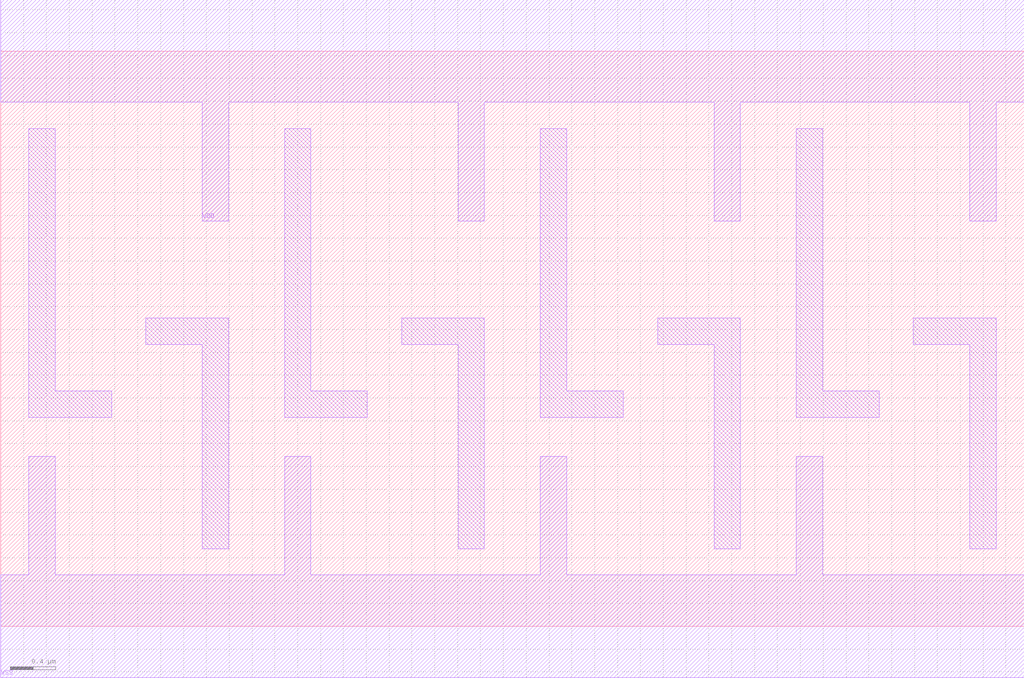
<source format=lef>
# Copyright 2022 GlobalFoundries PDK Authors
#
# Licensed under the Apache License, Version 2.0 (the "License");
# you may not use this file except in compliance with the License.
# You may obtain a copy of the License at
#
#      http://www.apache.org/licenses/LICENSE-2.0
#
# Unless required by applicable law or agreed to in writing, software
# distributed under the License is distributed on an "AS IS" BASIS,
# WITHOUT WARRANTIES OR CONDITIONS OF ANY KIND, either express or implied.
# See the License for the specific language governing permissions and
# limitations under the License.

MACRO gf180mcu_fd_sc_mcu9t5v0__fillcap_16
  CLASS core SPACER ;
  FOREIGN gf180mcu_fd_sc_mcu9t5v0__fillcap_16 0.0 0.0 ;
  ORIGIN 0 0 ;
  SYMMETRY X Y ;
  SITE GF018hv5v_green_sc9 ;
  SIZE 8.96 BY 5.04 ;
  PIN VDD
    DIRECTION INOUT ;
    USE power ;
    SHAPE ABUTMENT ;
    PORT
      LAYER METAL1 ;
        POLYGON 0 4.59 0.97 4.59 1.765 4.59 1.765 3.55 1.995 3.55 1.995 4.59 3.21 4.59 4.005 4.59 4.005 3.55 4.235 3.55 4.235 4.59 5.45 4.59 6.245 4.59 6.245 3.55 6.475 3.55 6.475 4.59 7.69 4.59 8.485 4.59 8.485 3.55 8.715 3.55 8.715 4.59 8.96 4.59 8.96 5.49 8.715 5.49 7.69 5.49 6.475 5.49 5.45 5.49 4.235 5.49 3.21 5.49 1.995 5.49 0.97 5.49 0 5.49  ;
    END
  END VDD
  PIN VSS
    DIRECTION INOUT ;
    USE ground ;
    SHAPE ABUTMENT ;
    PORT
      LAYER METAL1 ;
        POLYGON 0 -0.45 8.96 -0.45 8.96 0.45 7.195 0.45 7.195 1.49 6.965 1.49 6.965 0.45 4.955 0.45 4.955 1.49 4.725 1.49 4.725 0.45 2.715 0.45 2.715 1.49 2.485 1.49 2.485 0.45 0.475 0.45 0.475 1.49 0.245 1.49 0.245 0.45 0 0.45  ;
    END
  END VSS
  OBS
      LAYER METAL1 ;
        POLYGON 0.245 1.83 0.97 1.83 0.97 2.06 0.475 2.06 0.475 4.36 0.245 4.36  ;
        POLYGON 1.27 2.47 1.765 2.47 1.765 0.68 1.995 0.68 1.995 2.7 1.27 2.7  ;
        POLYGON 2.485 1.83 3.21 1.83 3.21 2.06 2.715 2.06 2.715 4.36 2.485 4.36  ;
        POLYGON 3.51 2.47 4.005 2.47 4.005 0.68 4.235 0.68 4.235 2.7 3.51 2.7  ;
        POLYGON 4.725 1.83 5.45 1.83 5.45 2.06 4.955 2.06 4.955 4.36 4.725 4.36  ;
        POLYGON 5.75 2.47 6.245 2.47 6.245 0.68 6.475 0.68 6.475 2.7 5.75 2.7  ;
        POLYGON 6.965 1.83 7.69 1.83 7.69 2.06 7.195 2.06 7.195 4.36 6.965 4.36  ;
        POLYGON 7.99 2.47 8.485 2.47 8.485 0.68 8.715 0.68 8.715 2.7 7.99 2.7  ;
  END
END gf180mcu_fd_sc_mcu9t5v0__fillcap_16

</source>
